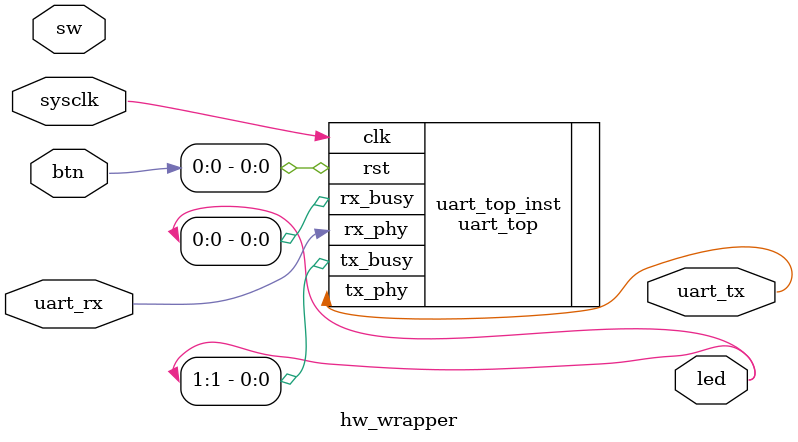
<source format=v>
module hw_wrapper(
    input sysclk,
    input [1:0] sw,
    input [3:0] btn,
    input uart_rx,
    output uart_tx,
    output [3:0] led);

    uart_top #(.CLKS_PER_BIT(125000000/115200))
    uart_top_inst (
              .clk(sysclk),
              .rst(btn[0]),
              .rx_phy(uart_rx),
              .rx_busy(led[0]),
              .tx_busy(led[1]),
              .tx_phy(uart_tx));
    
endmodule

</source>
